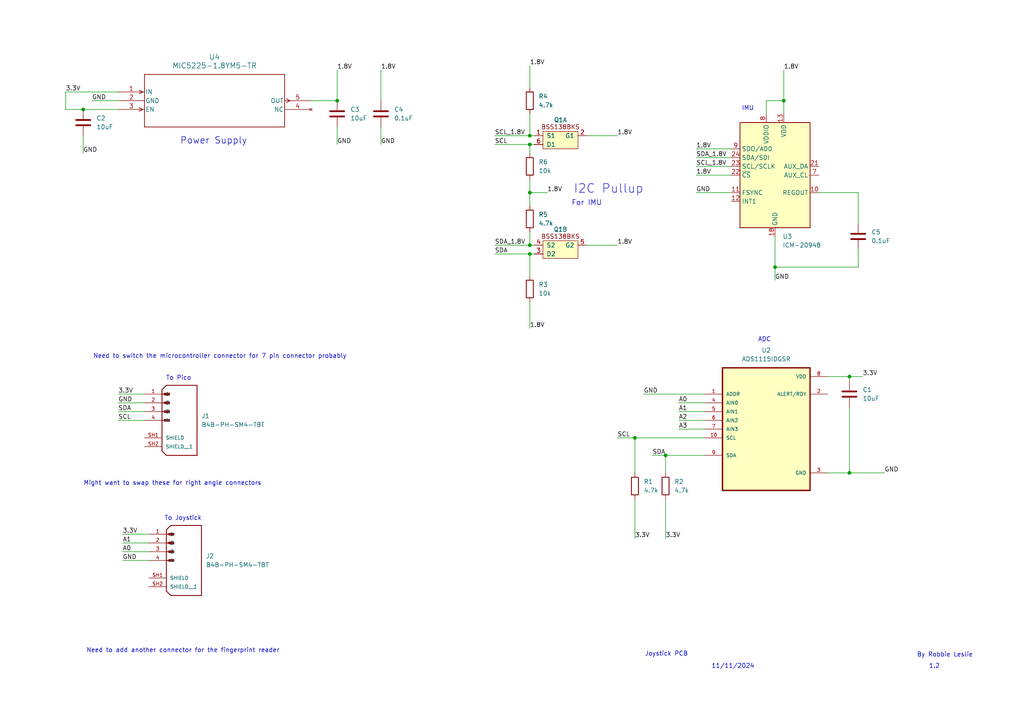
<source format=kicad_sch>
(kicad_sch (version 20231120) (generator "eeschema") (generator_version "8.0")
  (paper "A4")
  (lib_symbols
    (symbol "ADS1115IDGSR:ADS1115IDGSR" (pin_names (offset 1.016))
      (property "Reference" "U" (at -12.7 18.78 0))
      (property "Value" "ADS1115IDGSR" (at -12.7 -21.78 0))
      (symbol "ADS1115IDGSR_0_0"
        (rectangle (start -12.7 -17.78) (end 12.7 17.78) (stroke (width 0.41)) (fill (type background)))
        (pin input line (at -17.78 10.16 0) (length 5.08) (name "ADDR") (number "1"))
        (pin input line (at -17.78 -2.54 0) (length 5.08) (name "SCL") (number "10"))
        (pin output line (at 17.78 10.16 180) (length 5.08) (name "ALERT/RDY") (number "2"))
        (pin power_in line (at 17.78 -12.7 180) (length 5.08) (name "GND") (number "3"))
        (pin input line (at -17.78 7.62 0) (length 5.08) (name "AIN0") (number "4"))
        (pin input line (at -17.78 5.08 0) (length 5.08) (name "AIN1") (number "5"))
        (pin input line (at -17.78 2.54 0) (length 5.08) (name "AIN2") (number "6"))
        (pin input line (at -17.78 0 0) (length 5.08) (name "AIN3") (number "7"))
        (pin power_in line (at 17.78 15.24 180) (length 5.08) (name "VDD") (number "8"))
        (pin bidirectional line (at -17.78 -7.62 0) (length 5.08) (name "SDA") (number "9"))
      )
    )
    (symbol "B4B-PH-SM4-TBT:B4B-PH-SM4-TBT" (pin_names (offset 1.016))
      (property "Reference" "J" (at 0 8.89 0))
      (property "Value" "B4B-PH-SM4-TBT" (at 0 -15.24 0))
      (symbol "B4B-PH-SM4-TBT_0_0"
        (polyline (pts (xy 0 -11.43) (xy 1.27 -12.7)) (stroke (width 0.254)))
        (polyline (pts (xy 0 -2.54) (xy 1.905 -2.54)) (stroke (width 0.254)))
        (polyline (pts (xy 0 0) (xy 1.905 0)) (stroke (width 0.254)))
        (polyline (pts (xy 0 2.54) (xy 1.905 2.54)) (stroke (width 0.254)))
        (polyline (pts (xy 0 5.08) (xy 1.905 5.08)) (stroke (width 0.254)))
        (polyline (pts (xy 0 6.35) (xy 0 -11.43)) (stroke (width 0.254)))
        (polyline (pts (xy 0 6.35) (xy 1.27 7.62)) (stroke (width 0.254)))
        (polyline (pts (xy 1.27 -12.7) (xy 10.16 -12.7)) (stroke (width 0.254)))
        (polyline (pts (xy 10.16 -12.7) (xy 10.16 7.62)) (stroke (width 0.254)))
        (polyline (pts (xy 10.16 7.62) (xy 1.27 7.62)) (stroke (width 0.254)))
        (rectangle (start 0.635 -2.8575) (end 2.2225 -2.2225) (stroke (width 0.1)) (fill (type outline)))
        (rectangle (start 0.635 -0.3175) (end 2.2225 0.3175) (stroke (width 0.1)) (fill (type outline)))
        (rectangle (start 0.635 2.2225) (end 2.2225 2.8575) (stroke (width 0.1)) (fill (type outline)))
        (rectangle (start 0.635 4.7625) (end 2.2225 5.3975) (stroke (width 0.1)) (fill (type outline)))
        (pin passive line (at -5.08 5.08 0) (length 5.08) (name "1") (number "1"))
        (pin passive line (at -5.08 2.54 0) (length 5.08) (name "2") (number "2"))
        (pin passive line (at -5.08 0 0) (length 5.08) (name "3") (number "3"))
        (pin passive line (at -5.08 -2.54 0) (length 5.08) (name "4") (number "4"))
        (pin passive line (at -5.08 -7.62 0) (length 5.08) (name "SHIELD") (number "SH1"))
        (pin passive line (at -5.08 -10.16 0) (length 5.08) (name "SHIELD__1") (number "SH2"))
      )
    )
    (symbol "BSS138BKS:BSS138BKS" (pin_names (offset 1.016))
      (property "Reference" "Q" (at 0 2.032 0))
      (symbol "BSS138BKS_0_1"
        (text "BSS138BKS" (at 0 0 0) (effects (font (size 1.27 1.27))))
      )
      (symbol "BSS138BKS_1_1"
        (rectangle (start -5.08 -1.27) (end 5.08 -6.35) (fill (type background)))
        (pin passive line (at -7.62 -2.54 0) (length 2.54) (name "S1") (number "1"))
        (pin passive line (at 7.62 -2.54 180) (length 2.54) (name "G1") (number "2"))
        (pin passive line (at -7.62 -5.08 0) (length 2.54) (name "D1") (number "6"))
      )
      (symbol "BSS138BKS_2_1"
        (rectangle (start -5.08 -1.27) (end 5.08 -6.35) (fill (type background)))
        (pin passive line (at -7.62 -5.08 0) (length 2.54) (name "D2") (number "3"))
        (pin passive line (at -7.62 -2.54 0) (length 2.54) (name "S2") (number "4"))
        (pin passive line (at 7.62 -2.54 180) (length 2.54) (name "G2") (number "5"))
      )
    )
    (symbol "Device:C" (pin_numbers hide) (pin_names (offset 0.254))
      (property "Reference" "C" (at 0.635 2.54 0))
      (property "Value" "C" (at 0.635 -2.54 0))
      (symbol "C_0_1"
        (polyline (pts (xy -2.032 -0.762) (xy 2.032 -0.762)) (stroke (width 0.508)))
        (polyline (pts (xy -2.032 0.762) (xy 2.032 0.762)) (stroke (width 0.508)))
      )
      (symbol "C_1_1"
        (pin passive line (at 0 3.81 270) (length 2.794) (name "~") (number "1"))
        (pin passive line (at 0 -3.81 90) (length 2.794) (name "~") (number "2"))
      )
    )
    (symbol "Device:R" (pin_numbers hide) (pin_names (offset 0))
      (property "Reference" "R" (at 2.032 0 90))
      (property "Value" "R" (at 0 0 90))
      (symbol "R_0_1"
        (rectangle (start -1.016 -2.54) (end 1.016 2.54) (stroke (width 0.254)))
      )
      (symbol "R_1_1"
        (pin passive line (at 0 3.81 270) (length 1.27) (name "~") (number "1"))
        (pin passive line (at 0 -3.81 90) (length 1.27) (name "~") (number "2"))
      )
    )
    (symbol "MIC5225-1.8V:MIC5225-1.8YM5-TR" (pin_names (offset 0.254))
      (property "Reference" "U" (at 27.94 10.16 0))
      (property "Value" "MIC5225-1.8YM5-TR" (at 27.94 7.62 0))
      (symbol "MIC5225-1.8YM5-TR_1_1"
        (polyline (pts (xy 7.0993 -5.08) (xy 6.0579 -5.6007)) (stroke (width 0.2032)))
        (polyline (pts (xy 7.0993 -5.08) (xy 6.0579 -4.5593)) (stroke (width 0.2032)))
        (polyline (pts (xy 7.0993 0) (xy 6.0579 -0.5207)) (stroke (width 0.2032)))
        (polyline (pts (xy 7.0993 0) (xy 6.0579 0.5207)) (stroke (width 0.2032)))
        (polyline (pts (xy 7.62 -10.16) (xy 48.26 -10.16)) (stroke (width 0.2032)))
        (polyline (pts (xy 7.62 5.08) (xy 7.62 -10.16)) (stroke (width 0.2032)))
        (polyline (pts (xy 48.26 -10.16) (xy 48.26 5.08)) (stroke (width 0.2032)))
        (polyline (pts (xy 48.26 5.08) (xy 7.62 5.08)) (stroke (width 0.2032)))
        (polyline (pts (xy 48.7807 -3.0607) (xy 49.8221 -2.54)) (stroke (width 0.2032)))
        (polyline (pts (xy 48.7807 -2.0193) (xy 49.8221 -2.54)) (stroke (width 0.2032)))
        (pin input line (at 0 0 0) (length 7.62) (name "IN") (number "1"))
        (pin power_in line (at 0 -2.54 0) (length 7.62) (name "GND") (number "2"))
        (pin input line (at 0 -5.08 0) (length 7.62) (name "EN") (number "3"))
        (pin no_connect line (at 55.88 -5.08 180) (length 7.62) (name "NC") (number "4"))
        (pin output line (at 55.88 -2.54 180) (length 7.62) (name "OUT") (number "5"))
      )
    )
    (symbol "Sensor_Motion:ICM-20948"
      (property "Reference" "U" (at -11.43 16.51 0))
      (property "Value" "ICM-20948" (at 7.62 -16.51 0))
      (symbol "ICM-20948_0_1"
        (rectangle (start -10.16 15.24) (end 10.16 -15.24) (stroke (width 0.254)) (fill (type background)))
      )
      (symbol "ICM-20948_1_1"
        (pin no_connect line (at -10.16 12.7 0) (length 2.54) hide (name "NC") (number "1"))
        (pin passive line (at 12.7 -5.08 180) (length 2.54) (name "REGOUT") (number "10"))
        (pin input line (at -12.7 -5.08 0) (length 2.54) (name "FSYNC") (number "11"))
        (pin output line (at -12.7 -7.62 0) (length 2.54) (name "INT1") (number "12"))
        (pin power_in line (at 2.54 17.78 270) (length 2.54) (name "VDD") (number "13"))
        (pin no_connect line (at 10.16 7.62 180) (length 2.54) hide (name "NC") (number "14"))
        (pin no_connect line (at 10.16 5.08 180) (length 2.54) hide (name "NC") (number "15"))
        (pin no_connect line (at 10.16 -7.62 180) (length 2.54) hide (name "NC") (number "16"))
        (pin no_connect line (at 10.16 -10.16 180) (length 2.54) hide (name "NC") (number "17"))
        (pin power_in line (at 0 -17.78 90) (length 2.54) (name "GND") (number "18"))
        (pin no_connect line (at 10.16 -12.7 180) (length 2.54) hide (name "RESV") (number "19"))
        (pin no_connect line (at -10.16 10.16 0) (length 2.54) hide (name "NC") (number "2"))
        (pin passive line (at 0 -17.78 90) (length 2.54) hide (name "GND") (number "20"))
        (pin bidirectional line (at 12.7 2.54 180) (length 2.54) (name "AUX_DA") (number "21"))
        (pin input line (at -12.7 0 0) (length 2.54) (name "~{CS}") (number "22"))
        (pin input line (at -12.7 2.54 0) (length 2.54) (name "SCL/SCLK") (number "23"))
        (pin bidirectional line (at -12.7 5.08 0) (length 2.54) (name "SDA/SDI") (number "24"))
        (pin no_connect line (at -10.16 -2.54 0) (length 2.54) hide (name "NC") (number "3"))
        (pin no_connect line (at -10.16 -10.16 0) (length 2.54) hide (name "NC") (number "4"))
        (pin no_connect line (at -10.16 -12.7 0) (length 2.54) hide (name "NC") (number "5"))
        (pin no_connect line (at 10.16 10.16 180) (length 2.54) hide (name "NC") (number "6"))
        (pin output line (at 12.7 0 180) (length 2.54) (name "AUX_CL") (number "7"))
        (pin power_in line (at -2.54 17.78 270) (length 2.54) (name "VDDIO") (number "8"))
        (pin bidirectional line (at -12.7 7.62 0) (length 2.54) (name "SDO/AD0") (number "9"))
      )
    )
  )
  (junction (at 153.67 73.66))
  (junction (at 97.79 29.21))
  (junction (at 184.15 127))
  (junction (at 153.67 71.12))
  (junction (at 246.38 109.22))
  (junction (at 24.13 31.75))
  (junction (at 193.04 132.08))
  (junction (at 153.67 41.91))
  (junction (at 224.79 77.47))
  (junction (at 227.33 29.21))
  (junction (at 153.67 55.88))
  (junction (at 246.38 137.16))
  (junction (at 153.67 39.37))
  (wire (pts (xy 248.92 72.39) (xy 248.92 77.47)))
  (wire (pts (xy 110.49 36.83) (xy 110.49 41.91)))
  (wire (pts (xy 35.56 154.94) (xy 43.18 154.94)))
  (wire (pts (xy 143.51 71.12) (xy 153.67 71.12)))
  (wire (pts (xy 153.67 33.02) (xy 153.67 39.37)))
  (wire (pts (xy 246.38 109.22) (xy 246.38 110.49)))
  (wire (pts (xy 153.67 73.66) (xy 154.94 73.66)))
  (wire (pts (xy 184.15 127) (xy 184.15 137.16)))
  (wire (pts (xy 201.93 48.26) (xy 212.09 48.26)))
  (wire (pts (xy 227.33 29.21) (xy 227.33 33.02)))
  (wire (pts (xy 143.51 41.91) (xy 153.67 41.91)))
  (wire (pts (xy 153.67 39.37) (xy 154.94 39.37)))
  (wire (pts (xy 35.56 162.56) (xy 43.18 162.56)))
  (wire (pts (xy 153.67 52.07) (xy 153.67 55.88)))
  (wire (pts (xy 97.79 20.32) (xy 97.79 29.21)))
  (wire (pts (xy 196.85 116.84) (xy 204.47 116.84)))
  (wire (pts (xy 246.38 109.22) (xy 250.19 109.22)))
  (wire (pts (xy 193.04 144.78) (xy 193.04 156.21)))
  (wire (pts (xy 110.49 20.32) (xy 110.49 29.21)))
  (wire (pts (xy 204.47 127) (xy 184.15 127)))
  (wire (pts (xy 227.33 20.32) (xy 227.33 29.21)))
  (wire (pts (xy 34.29 121.92) (xy 41.91 121.92)))
  (wire (pts (xy 34.29 116.84) (xy 41.91 116.84)))
  (wire (pts (xy 240.03 137.16) (xy 246.38 137.16)))
  (wire (pts (xy 153.67 41.91) (xy 154.94 41.91)))
  (wire (pts (xy 19.05 26.67) (xy 19.05 31.75)))
  (wire (pts (xy 153.67 67.31) (xy 153.67 71.12)))
  (wire (pts (xy 201.93 50.8) (xy 212.09 50.8)))
  (wire (pts (xy 153.67 71.12) (xy 154.94 71.12)))
  (wire (pts (xy 34.29 26.67) (xy 19.05 26.67)))
  (wire (pts (xy 26.67 29.21) (xy 34.29 29.21)))
  (wire (pts (xy 246.38 118.11) (xy 246.38 137.16)))
  (wire (pts (xy 90.17 29.21) (xy 97.79 29.21)))
  (wire (pts (xy 34.29 119.38) (xy 41.91 119.38)))
  (wire (pts (xy 184.15 144.78) (xy 184.15 156.21)))
  (wire (pts (xy 201.93 45.72) (xy 212.09 45.72)))
  (wire (pts (xy 170.18 39.37) (xy 179.07 39.37)))
  (wire (pts (xy 179.07 127) (xy 184.15 127)))
  (wire (pts (xy 222.25 33.02) (xy 222.25 29.21)))
  (wire (pts (xy 196.85 124.46) (xy 204.47 124.46)))
  (wire (pts (xy 153.67 55.88) (xy 158.75 55.88)))
  (wire (pts (xy 97.79 36.83) (xy 97.79 41.91)))
  (wire (pts (xy 201.93 55.88) (xy 212.09 55.88)))
  (wire (pts (xy 193.04 132.08) (xy 193.04 137.16)))
  (wire (pts (xy 35.56 160.02) (xy 43.18 160.02)))
  (wire (pts (xy 19.05 31.75) (xy 24.13 31.75)))
  (wire (pts (xy 153.67 19.05) (xy 153.67 25.4)))
  (wire (pts (xy 153.67 87.63) (xy 153.67 95.25)))
  (wire (pts (xy 201.93 43.18) (xy 212.09 43.18)))
  (wire (pts (xy 153.67 41.91) (xy 153.67 44.45)))
  (wire (pts (xy 237.49 55.88) (xy 248.92 55.88)))
  (wire (pts (xy 189.23 132.08) (xy 193.04 132.08)))
  (wire (pts (xy 24.13 39.37) (xy 24.13 44.45)))
  (wire (pts (xy 222.25 29.21) (xy 227.33 29.21)))
  (wire (pts (xy 240.03 109.22) (xy 246.38 109.22)))
  (wire (pts (xy 248.92 77.47) (xy 224.79 77.47)))
  (wire (pts (xy 196.85 119.38) (xy 204.47 119.38)))
  (wire (pts (xy 34.29 114.3) (xy 41.91 114.3)))
  (wire (pts (xy 143.51 39.37) (xy 153.67 39.37)))
  (wire (pts (xy 246.38 137.16) (xy 256.54 137.16)))
  (wire (pts (xy 224.79 77.47) (xy 224.79 68.58)))
  (wire (pts (xy 24.13 31.75) (xy 34.29 31.75)))
  (wire (pts (xy 170.18 71.12) (xy 179.07 71.12)))
  (wire (pts (xy 35.56 157.48) (xy 43.18 157.48)))
  (wire (pts (xy 153.67 73.66) (xy 153.67 80.01)))
  (wire (pts (xy 153.67 55.88) (xy 153.67 59.69)))
  (wire (pts (xy 196.85 121.92) (xy 204.47 121.92)))
  (wire (pts (xy 248.92 55.88) (xy 248.92 64.77)))
  (wire (pts (xy 186.69 114.3) (xy 204.47 114.3)))
  (wire (pts (xy 143.51 73.66) (xy 153.67 73.66)))
  (wire (pts (xy 224.79 77.47) (xy 224.79 81.28)))
  (wire (pts (xy 204.47 132.08) (xy 193.04 132.08)))
  (text "For IMU" (at 170.18 58.928 0) (effects (font (size 1.5 1.5))))
  (text "1.2" (at 271.018 193.294 0) (effects (font (size 1.27 1.27))))
  (text "11/11/2024\n" (at 212.598 193.294 0) (effects (font (size 1.27 1.27))))
  (text "IMU" (at 216.916 31.496 0) (effects (font (size 1.27 1.27))))
  (text "I2C Pullup" (at 176.53 54.864 0) (effects (font (size 2.54 2.54))))
  (text "Need to add another connector for the fingerprint reader" (at 53.086 188.722 0) (effects (font (size 1.27 1.27))))
  (text "Joystick PCB" (at 193.294 189.738 0) (effects (font (size 1.27 1.27))))
  (text "Need to switch the microcontroller connector for 7 pin connector probably " (at 64.262 103.378 0) (effects (font (size 1.27 1.27))))
  (text "Power Supply" (at 61.976 40.894 0) (effects (font (size 1.905 1.905))))
  (text "ADC" (at 221.742 98.552 0) (effects (font (size 1.27 1.27))))
  (text "To Pico" (at 51.816 109.728 0) (effects (font (size 1.27 1.27))))
  (text "Might want to swap these for right angle connectors" (at 50.038 140.208 0) (effects (font (size 1.27 1.27))))
  (text "To Joystick" (at 53.086 150.368 0) (effects (font (size 1.27 1.27))))
  (text "By Robbie Leslie" (at 274.066 189.992 0) (effects (font (size 1.27 1.27))))
  (label "1.8V" (at 201.93 50.8 0))
  (label "1.8V" (at 179.07 39.37 0))
  (label "A1" (at 196.85 119.38 0))
  (label "SCL" (at 179.07 127 0))
  (label "1.8V" (at 153.67 19.05 0))
  (label "3.3V" (at 35.56 154.94 0))
  (label "1.8V" (at 227.33 20.32 0))
  (label "A3" (at 196.85 124.46 0))
  (label "A1" (at 35.56 157.48 0))
  (label "GND" (at 224.79 81.28 0))
  (label "1.8V" (at 153.67 95.25 0))
  (label "SCL_1.8V" (at 201.93 48.26 0))
  (label "A2" (at 196.85 121.92 0))
  (label "3.3V" (at 19.05 26.67 0))
  (label "GND" (at 97.79 41.91 0))
  (label "1.8V" (at 110.49 20.32 0))
  (label "A0" (at 196.85 116.84 0))
  (label "GND" (at 186.69 114.3 0))
  (label "1.8V" (at 97.79 20.32 0))
  (label "GND" (at 24.13 44.45 0))
  (label "GND" (at 26.67 29.21 0))
  (label "SDA" (at 189.23 132.08 0))
  (label "SDA" (at 143.51 73.66 0))
  (label "SDA_1.8V" (at 201.93 45.72 0))
  (label "SCL" (at 34.29 121.92 0))
  (label "3.3V" (at 250.19 109.22 0))
  (label "GND" (at 201.93 55.88 0))
  (label "SCL_1.8V" (at 143.51 39.37 0))
  (label "SDA" (at 34.29 119.38 0))
  (label "3.3V" (at 34.29 114.3 0))
  (label "A0" (at 35.56 160.02 0))
  (label "GND" (at 34.29 116.84 0))
  (label "1.8V" (at 201.93 43.18 0))
  (label "GND" (at 256.54 137.16 0))
  (label "3.3V" (at 184.15 156.21 0))
  (label "GND" (at 110.49 41.91 0))
  (label "SCL" (at 143.51 41.91 0))
  (label "GND" (at 35.56 162.56 0))
  (label "3.3V" (at 193.04 156.21 0))
  (label "1.8V" (at 158.75 55.88 0))
  (label "SDA_1.8V" (at 143.51 71.12 0))
  (label "1.8V" (at 179.07 71.12 0))
  (symbol (lib_id "Device:C") (at 110.49 33.02 0) (unit 1)
    (property "Reference" "C4" (at 114.3 31.7499 0) (effects (justify left)))
    (property "Value" "0.1uF" (at 114.3 34.2899 0) (effects (justify left)))
    (property "Footprint" "Capacitor_SMD:C_0603_1608Metric" (effects (hide yes)))
    (property "Description" "Unpolarized capacitor" (effects (hide yes)))
  )
  (symbol (lib_id "Device:R") (at 184.15 140.97 0) (unit 1)
    (property "Reference" "R1" (at 186.69 139.6999 0) (effects (justify left)))
    (property "Value" "4.7k" (at 186.69 142.2399 0) (effects (justify left)))
    (property "Footprint" "Resistor_SMD:R_0603_1608Metric" (effects (hide yes)))
    (property "Description" "Resistor" (effects (hide yes)))
  )
  (symbol (lib_id "Device:C") (at 248.92 68.58 0) (unit 1)
    (property "Reference" "C5" (at 252.73 67.3099 0) (effects (justify left)))
    (property "Value" "0.1uF" (at 252.73 69.8499 0) (effects (justify left)))
    (property "Footprint" "Capacitor_SMD:C_0603_1608Metric" (effects (hide yes)))
    (property "Description" "Unpolarized capacitor" (effects (hide yes)))
  )
  (symbol (lib_id "ADS1115IDGSR:ADS1115IDGSR") (at 222.25 124.46 0) (unit 1)
    (property "Reference" "U2" (at 222.25 101.6 0))
    (property "Value" "ADS1115IDGSR" (at 222.25 104.14 0))
    (property "Footprint" "Library:SOP50P490X110-10N" (effects (hide yes)))
  )
  (symbol (lib_id "B4B-PH-SM4-TBT:B4B-PH-SM4-TBT") (at 46.99 119.38 0) (unit 1)
    (property "Reference" "J1" (at 58.42 120.6499 0) (effects (justify left)))
    (property "Value" "B4B-PH-SM4-TBT" (at 58.42 123.1899 0) (effects (justify left)))
    (property "Footprint" "Library:JST_B4B-PH-SM4-TBT" (effects (hide yes)))
    (property "PARTREV" "N/A" (effects (hide yes)))
    (property "STANDARD" "Manufacturer Recommendations" (effects (hide yes)))
    (property "MANUFACTURER" "JST" (effects (hide yes)))
    (property "MAXIMUM_PACKAGE_HEIGHT" "6.6mm" (effects (hide yes)))
    (property "SNAPEDA_PN" "B4B-PH-SM4-TBT(LF)(SN)" (effects (hide yes)))
  )
  (symbol (lib_id "Device:R") (at 153.67 48.26 0) (unit 1)
    (property "Reference" "R6" (at 156.21 46.9899 0) (effects (justify left)))
    (property "Value" "10k" (at 156.21 49.5299 0) (effects (justify left)))
    (property "Footprint" "Resistor_SMD:R_0603_1608Metric" (effects (hide yes)))
    (property "Description" "Resistor" (effects (hide yes)))
  )
  (symbol (lib_id "Sensor_Motion:ICM-20948") (at 224.79 50.8 0) (unit 1)
    (property "Reference" "U3" (at 226.9841 68.58 0) (effects (justify left)))
    (property "Value" "ICM-20948" (at 226.9841 71.12 0) (effects (justify left)))
    (property "Footprint" "Sensor_Motion:InvenSense_QFN-24_3x3mm_P0.4mm" (effects (hide yes)))
    (property "Datasheet" "http://www.invensense.com/wp-content/uploads/2016/06/DS-000189-ICM-20948-v1.3.pdf" (effects (hide yes)))
    (property "Description" "InvenSense 9-Axis Motion Sensor, Accelerometer, Gyroscope, Compass, I2C/SPI, QFN-24" (effects (hide yes)))
  )
  (symbol (lib_id "B4B-PH-SM4-TBT:B4B-PH-SM4-TBT") (at 48.26 160.02 0) (unit 1)
    (property "Reference" "J2" (at 59.69 161.2899 0) (effects (justify left)))
    (property "Value" "B4B-PH-SM4-TBT" (at 59.69 163.8299 0) (effects (justify left)))
    (property "Footprint" "Library:JST_B4B-PH-SM4-TBT" (effects (hide yes)))
    (property "PARTREV" "N/A" (effects (hide yes)))
    (property "STANDARD" "Manufacturer Recommendations" (effects (hide yes)))
    (property "MANUFACTURER" "JST" (effects (hide yes)))
    (property "MAXIMUM_PACKAGE_HEIGHT" "6.6mm" (effects (hide yes)))
    (property "SNAPEDA_PN" "B4B-PH-SM4-TBT(LF)(SN)" (effects (hide yes)))
  )
  (symbol (lib_id "BSS138BKS:BSS138BKS") (at 162.56 68.58 0) (unit 2)
    (property "Reference" "Q1" (at 162.56 66.548 0))
    (property "Value" "~" (at 162.56 66.04 0))
    (property "Footprint" "Package_TO_SOT_SMD:SOT-363_SC-70-6" (effects (hide yes)))
  )
  (symbol (lib_id "Device:R") (at 153.67 63.5 0) (unit 1)
    (property "Reference" "R5" (at 156.21 62.2299 0) (effects (justify left)))
    (property "Value" "4.7k" (at 156.21 64.7699 0) (effects (justify left)))
    (property "Footprint" "Resistor_SMD:R_0603_1608Metric" (effects (hide yes)))
    (property "Description" "Resistor" (effects (hide yes)))
  )
  (symbol (lib_id "BSS138BKS:BSS138BKS") (at 162.56 36.83 0) (unit 1)
    (property "Reference" "Q1" (at 162.56 34.798 0))
    (property "Value" "~" (at 162.56 34.29 0))
    (property "Footprint" "Package_TO_SOT_SMD:SOT-363_SC-70-6" (effects (hide yes)))
  )
  (symbol (lib_id "Device:C") (at 246.38 114.3 0) (unit 1)
    (property "Reference" "C1" (at 250.19 113.0299 0) (effects (justify left)))
    (property "Value" "10uF" (at 250.19 115.5699 0) (effects (justify left)))
    (property "Footprint" "Capacitor_SMD:C_0603_1608Metric" (effects (hide yes)))
    (property "Description" "Unpolarized capacitor" (effects (hide yes)))
  )
  (symbol (lib_id "Device:R") (at 153.67 83.82 0) (unit 1)
    (property "Reference" "R3" (at 156.21 82.5499 0) (effects (justify left)))
    (property "Value" "10k" (at 156.21 85.0899 0) (effects (justify left)))
    (property "Footprint" "Resistor_SMD:R_0603_1608Metric" (effects (hide yes)))
    (property "Description" "Resistor" (effects (hide yes)))
  )
  (symbol (lib_id "Device:R") (at 193.04 140.97 0) (unit 1)
    (property "Reference" "R2" (at 195.58 139.6999 0) (effects (justify left)))
    (property "Value" "4.7k" (at 195.58 142.2399 0) (effects (justify left)))
    (property "Footprint" "Resistor_SMD:R_0603_1608Metric" (effects (hide yes)))
    (property "Description" "Resistor" (effects (hide yes)))
  )
  (symbol (lib_id "Device:R") (at 153.67 29.21 0) (unit 1)
    (property "Reference" "R4" (at 156.21 27.9399 0) (effects (justify left)))
    (property "Value" "4.7k" (at 156.21 30.4799 0) (effects (justify left)))
    (property "Footprint" "Resistor_SMD:R_0603_1608Metric" (effects (hide yes)))
    (property "Description" "Resistor" (effects (hide yes)))
  )
  (symbol (lib_id "Device:C") (at 97.79 33.02 0) (unit 1)
    (property "Reference" "C3" (at 101.6 31.7499 0) (effects (justify left)))
    (property "Value" "10uF" (at 101.6 34.2899 0) (effects (justify left)))
    (property "Footprint" "Capacitor_SMD:C_0603_1608Metric" (effects (hide yes)))
    (property "Description" "Unpolarized capacitor" (effects (hide yes)))
  )
  (symbol (lib_id "MIC5225-1.8V:MIC5225-1.8YM5-TR") (at 34.29 26.67 0) (unit 1)
    (property "Reference" "U4" (at 62.23 16.51 0) (effects (font (size 1.524 1.524))))
    (property "Value" "MIC5225-1.8YM5-TR" (at 62.23 19.05 0) (effects (font (size 1.524 1.524))))
    (property "Footprint" "SOT-23-5_M5_MCH" (effects (hide yes)))
    (property "Datasheet" "MIC5225-1.8YM5-TR" (effects (hide yes)))
  )
  (symbol (lib_id "Device:C") (at 24.13 35.56 0) (unit 1)
    (property "Reference" "C2" (at 27.94 34.2899 0) (effects (justify left)))
    (property "Value" "10uF" (at 27.94 36.8299 0) (effects (justify left)))
    (property "Footprint" "Capacitor_SMD:C_0603_1608Metric" (effects (hide yes)))
    (property "Description" "Unpolarized capacitor" (effects (hide yes)))
  )
)
</source>
